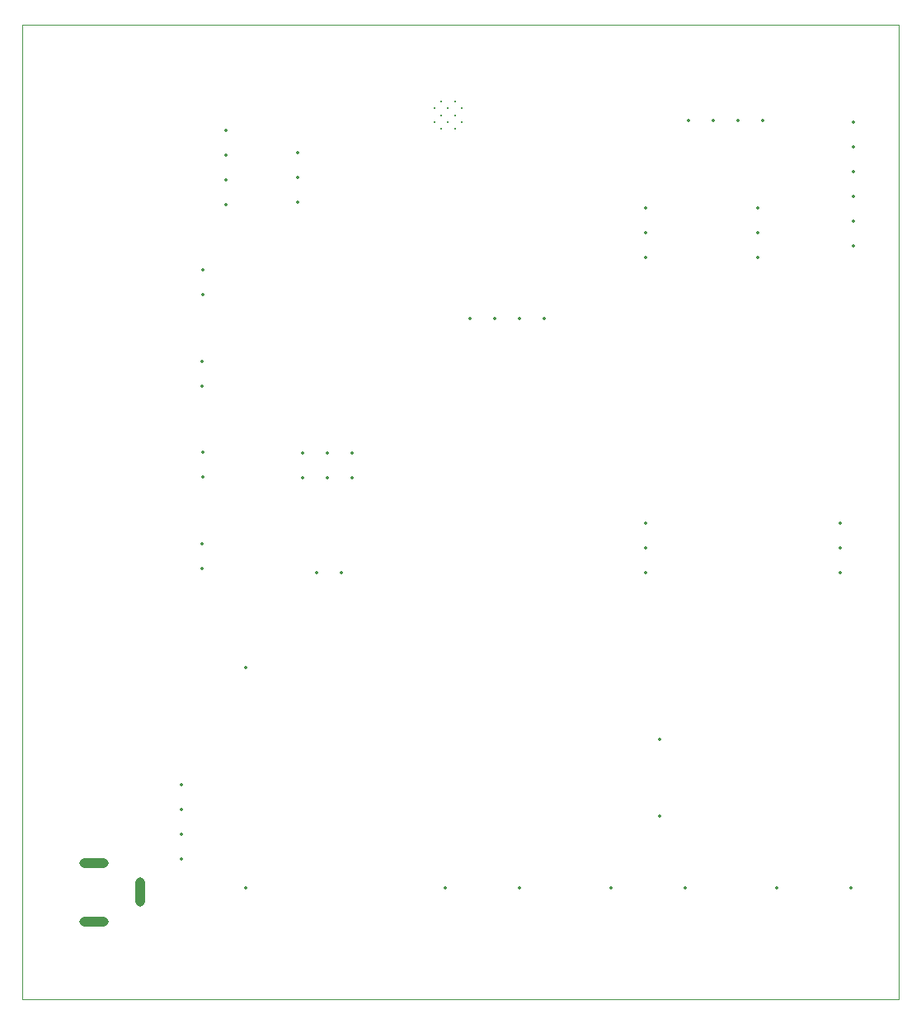
<source format=gbr>
%TF.GenerationSoftware,KiCad,Pcbnew,9.0.5*%
%TF.CreationDate,2025-10-21T15:42:54-03:00*%
%TF.ProjectId,v0.2,76302e32-2e6b-4696-9361-645f70636258,rev?*%
%TF.SameCoordinates,Original*%
%TF.FileFunction,Profile,NP*%
%FSLAX46Y46*%
G04 Gerber Fmt 4.6, Leading zero omitted, Abs format (unit mm)*
G04 Created by KiCad (PCBNEW 9.0.5) date 2025-10-21 15:42:54*
%MOMM*%
%LPD*%
G01*
G04 APERTURE LIST*
%TA.AperFunction,Profile*%
%ADD10C,0.050000*%
%TD*%
%ADD11O,3.000000X1.000000*%
%ADD12O,1.000000X3.000000*%
%ADD13C,0.200000*%
%ADD14C,0.350000*%
G04 APERTURE END LIST*
D10*
X30000000Y-60000000D02*
X120000000Y-60000000D01*
X120000000Y-160000000D01*
X30000000Y-160000000D01*
X30000000Y-60000000D01*
D11*
X37400000Y-146000000D03*
X37400000Y-152000000D03*
D12*
X42100000Y-149000000D03*
D13*
X72320000Y-68570000D03*
X72320000Y-69970000D03*
X73020000Y-67870000D03*
X73020000Y-69270000D03*
X73020000Y-70670000D03*
X73695000Y-68570000D03*
X73695000Y-69970000D03*
X74420000Y-67870000D03*
X74420000Y-69270000D03*
X74420000Y-70670000D03*
X75120000Y-68570000D03*
X75120000Y-69970000D03*
D14*
X95432500Y-141150000D03*
X95432500Y-133350000D03*
X52932500Y-148550000D03*
X52932500Y-125950000D03*
X94000000Y-116200000D03*
X94000000Y-113660000D03*
X94000000Y-111120000D03*
X105570000Y-83850000D03*
X105570000Y-81310000D03*
X105570000Y-78770000D03*
X114000000Y-116200000D03*
X114000000Y-113660000D03*
X114000000Y-111120000D03*
X115062000Y-148590000D03*
X107442000Y-148590000D03*
X48557500Y-106400000D03*
X48557500Y-103860000D03*
X50920000Y-78450000D03*
X50920000Y-75910000D03*
X50920000Y-73370000D03*
X50920000Y-70830000D03*
X83620000Y-90150000D03*
X81080000Y-90150000D03*
X78540000Y-90150000D03*
X76000000Y-90150000D03*
X98420000Y-69800000D03*
X100960000Y-69800000D03*
X103500000Y-69800000D03*
X106040000Y-69800000D03*
X48507500Y-115750000D03*
X48507500Y-113210000D03*
X81026000Y-148590000D03*
X73406000Y-148590000D03*
X48520000Y-87700000D03*
X48520000Y-85160000D03*
X46357500Y-145632500D03*
X46357500Y-140552500D03*
X46357500Y-143092500D03*
X46357500Y-138012500D03*
X48507500Y-97050000D03*
X48507500Y-94510000D03*
X58320000Y-73100000D03*
X58320000Y-75640000D03*
X58320000Y-78180000D03*
X98044000Y-148590000D03*
X90424000Y-148590000D03*
X58780000Y-103910000D03*
X58780000Y-106450000D03*
X61320000Y-103910000D03*
X61320000Y-106450000D03*
X63860000Y-103910000D03*
X63860000Y-106450000D03*
X60250000Y-116250000D03*
X62790000Y-116250000D03*
X94020000Y-83850000D03*
X94020000Y-81310000D03*
X94020000Y-78770000D03*
X115370000Y-70000000D03*
X115370000Y-72540000D03*
X115370000Y-75080000D03*
X115370000Y-77620000D03*
X115370000Y-80160000D03*
X115370000Y-82700000D03*
M02*

</source>
